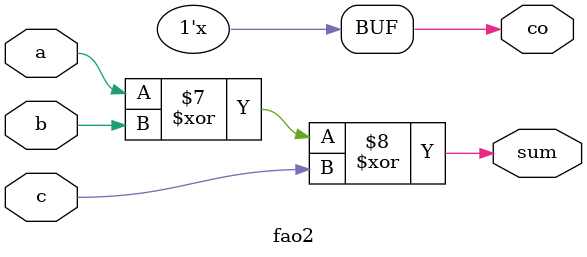
<source format=v>
module  fao2(a,b,c,co,sum);
    input a,b,c;
    output  co,sum;
    reg co,sum,s0,s1,s2;
    always @(a,b,c)
    begin
    s0 <= a & b;
    s1 <= a & c;
    s2 <= c & b;
    co <= s0 | s1| s2;
    sum <= a ^ b ^ c;
	 end
    endmodule
</source>
